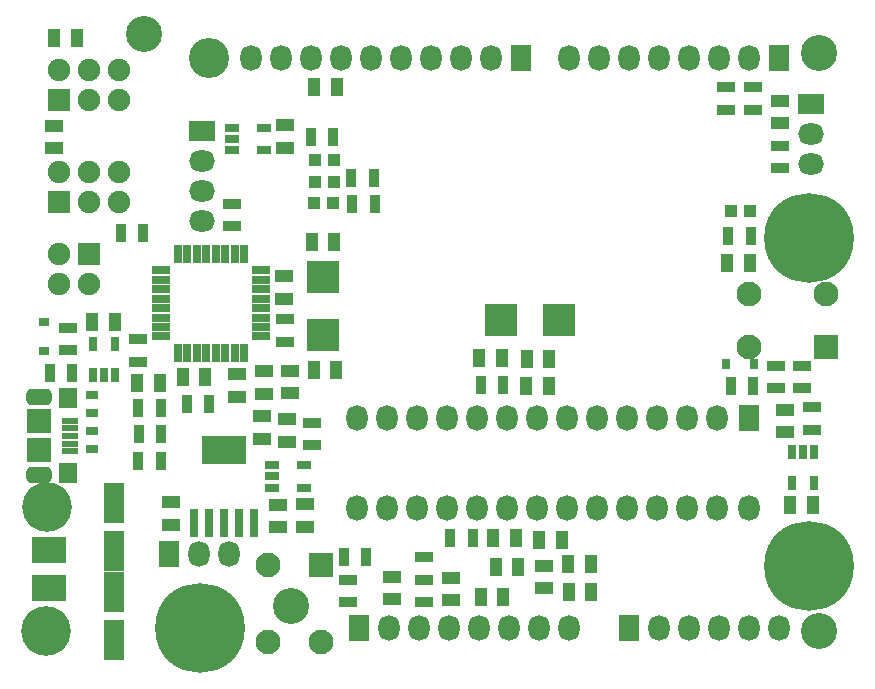
<source format=gts>
G04*
G04 #@! TF.GenerationSoftware,Altium Limited,Altium Designer,22.1.2 (22)*
G04*
G04 Layer_Color=8388736*
%FSLAX44Y44*%
%MOMM*%
G71*
G04*
G04 #@! TF.SameCoordinates,1F279A6F-825B-41A2-8EC7-F4161A23EE25*
G04*
G04*
G04 #@! TF.FilePolarity,Negative*
G04*
G01*
G75*
%ADD34R,1.8000X3.4000*%
%ADD35R,0.7588X0.8858*%
%ADD36R,1.5000X0.9000*%
%ADD37R,0.9000X1.5000*%
%ADD38R,0.8858X0.7588*%
%ADD39R,1.4500X0.5000*%
%ADD40R,2.1000X2.1000*%
%ADD41R,1.6000X1.8000*%
%ADD42R,1.5000X1.1000*%
%ADD43R,0.7500X1.2000*%
%ADD44R,1.2000X0.7500*%
%ADD45R,2.7000X2.8000*%
%ADD46R,2.8000X2.7000*%
%ADD47R,1.1000X0.8000*%
%ADD48R,1.6200X0.6700*%
%ADD49R,0.6700X1.6200*%
%ADD50R,0.8000X2.4000*%
%ADD51R,3.7000X2.4000*%
%ADD52R,1.0000X1.0000*%
%ADD53R,1.1000X1.5000*%
%ADD54C,3.0480*%
%ADD55R,2.9000X2.2000*%
%ADD56C,4.2000*%
%ADD57C,2.1000*%
%ADD58R,2.1000X2.1000*%
%ADD59R,1.8000X2.2000*%
%ADD60O,1.8000X2.2000*%
%ADD61R,2.2000X1.8000*%
%ADD62O,2.2000X1.8000*%
%ADD63R,1.9000X1.9000*%
%ADD64C,1.9000*%
G04:AMPARAMS|DCode=65|XSize=2.2mm|YSize=1.4mm|CornerRadius=0.46mm|HoleSize=0mm|Usage=FLASHONLY|Rotation=180.000|XOffset=0mm|YOffset=0mm|HoleType=Round|Shape=RoundedRectangle|*
%AMROUNDEDRECTD65*
21,1,2.2000,0.4800,0,0,180.0*
21,1,1.2800,1.4000,0,0,180.0*
1,1,0.9200,-0.6400,0.2400*
1,1,0.9200,0.6400,0.2400*
1,1,0.9200,0.6400,-0.2400*
1,1,0.9200,-0.6400,-0.2400*
%
%ADD65ROUNDEDRECTD65*%
%ADD66C,7.6000*%
%ADD67C,3.4000*%
D34*
X71750Y15000D02*
D03*
Y56000D02*
D03*
X72000Y131000D02*
D03*
Y90000D02*
D03*
D35*
X614000Y249000D02*
D03*
X589616D02*
D03*
D36*
X172000Y365500D02*
D03*
Y384500D02*
D03*
X92000Y250500D02*
D03*
Y269500D02*
D03*
X217000Y267500D02*
D03*
Y286500D02*
D03*
X613000Y483000D02*
D03*
Y464000D02*
D03*
X590000D02*
D03*
Y483000D02*
D03*
X636000Y433500D02*
D03*
Y414500D02*
D03*
X663000Y212000D02*
D03*
Y193000D02*
D03*
X33000Y279500D02*
D03*
Y260500D02*
D03*
X654000Y247000D02*
D03*
Y228000D02*
D03*
X270000Y47000D02*
D03*
Y66000D02*
D03*
X239500Y199000D02*
D03*
Y180000D02*
D03*
X334000Y66000D02*
D03*
Y85000D02*
D03*
Y66000D02*
D03*
Y47000D02*
D03*
X632000Y228000D02*
D03*
Y247000D02*
D03*
D37*
X291750Y406000D02*
D03*
X272750D02*
D03*
X273500Y384250D02*
D03*
X292500D02*
D03*
X96500Y360000D02*
D03*
X77500D02*
D03*
X111500Y211500D02*
D03*
X92500D02*
D03*
X93000Y189750D02*
D03*
X112000D02*
D03*
X111500Y166500D02*
D03*
X92500D02*
D03*
X375500Y101000D02*
D03*
X356500D02*
D03*
X594000Y230000D02*
D03*
X613000D02*
D03*
X257500Y441250D02*
D03*
X238500D02*
D03*
X382500Y231000D02*
D03*
X401500D02*
D03*
X610870Y357124D02*
D03*
X591870D02*
D03*
X17500Y241000D02*
D03*
X36500D02*
D03*
X266500Y85000D02*
D03*
X285500D02*
D03*
X133500Y215000D02*
D03*
X152500D02*
D03*
D38*
X13000Y259808D02*
D03*
Y284192D02*
D03*
D39*
X34370Y188000D02*
D03*
X34370Y174750D02*
D03*
X34370Y181250D02*
D03*
Y194250D02*
D03*
Y200750D02*
D03*
D40*
X8620Y176000D02*
D03*
Y200000D02*
D03*
X247500Y78500D02*
D03*
D41*
X33120Y156000D02*
D03*
Y220000D02*
D03*
D42*
X21000Y431500D02*
D03*
Y450500D02*
D03*
X197000Y204500D02*
D03*
Y185500D02*
D03*
X436000Y59000D02*
D03*
Y78000D02*
D03*
X198500Y223500D02*
D03*
Y242500D02*
D03*
X216000Y304000D02*
D03*
Y323000D02*
D03*
X176250Y240000D02*
D03*
Y221000D02*
D03*
X636000Y471500D02*
D03*
Y452500D02*
D03*
X120000Y131500D02*
D03*
Y112500D02*
D03*
X211000Y129500D02*
D03*
Y110500D02*
D03*
X307000Y68500D02*
D03*
Y49500D02*
D03*
X357000Y67500D02*
D03*
Y48500D02*
D03*
X217000Y450750D02*
D03*
Y431750D02*
D03*
X218750Y202000D02*
D03*
Y183000D02*
D03*
X640000Y191000D02*
D03*
Y210000D02*
D03*
X234000Y111000D02*
D03*
Y130000D02*
D03*
X220750Y224000D02*
D03*
Y243000D02*
D03*
D43*
X664500Y174500D02*
D03*
X655000D02*
D03*
X645500D02*
D03*
X664500Y147500D02*
D03*
X645500D02*
D03*
X54000Y239000D02*
D03*
X63500D02*
D03*
X73000D02*
D03*
X54000Y266000D02*
D03*
X73000D02*
D03*
D44*
X206000Y163000D02*
D03*
Y153500D02*
D03*
Y144000D02*
D03*
X233000Y163000D02*
D03*
Y144000D02*
D03*
X171500Y448500D02*
D03*
Y439000D02*
D03*
Y429500D02*
D03*
X198500Y448500D02*
D03*
Y429500D02*
D03*
D45*
X448500Y286000D02*
D03*
X399500D02*
D03*
D46*
X249000Y273500D02*
D03*
Y322500D02*
D03*
D47*
X53000Y207500D02*
D03*
Y222500D02*
D03*
Y192000D02*
D03*
Y177000D02*
D03*
D48*
X196000Y272000D02*
D03*
Y280000D02*
D03*
Y288000D02*
D03*
Y296000D02*
D03*
Y304000D02*
D03*
Y312000D02*
D03*
Y320000D02*
D03*
Y328000D02*
D03*
X112000D02*
D03*
Y320000D02*
D03*
Y312000D02*
D03*
Y304000D02*
D03*
Y296000D02*
D03*
Y288000D02*
D03*
Y280000D02*
D03*
Y272000D02*
D03*
D49*
X182000Y342000D02*
D03*
X174000D02*
D03*
X166000D02*
D03*
X158000D02*
D03*
X150000D02*
D03*
X142000D02*
D03*
X134000D02*
D03*
X126000D02*
D03*
Y258000D02*
D03*
X134000D02*
D03*
X142000D02*
D03*
X150000D02*
D03*
X158000D02*
D03*
X166000D02*
D03*
X174000D02*
D03*
X182000D02*
D03*
D50*
X139600Y114000D02*
D03*
X152300D02*
D03*
X165000D02*
D03*
X177700D02*
D03*
X190400D02*
D03*
D51*
X165000Y176000D02*
D03*
D52*
X242000Y403000D02*
D03*
X258000D02*
D03*
X241000Y385000D02*
D03*
X257000D02*
D03*
X610616Y378206D02*
D03*
X594616D02*
D03*
X242000Y421000D02*
D03*
X258000D02*
D03*
D53*
X457000Y56000D02*
D03*
X476000D02*
D03*
X149000Y237250D02*
D03*
X130000D02*
D03*
X258500Y352000D02*
D03*
X239500D02*
D03*
X260000Y244000D02*
D03*
X241000D02*
D03*
X401500Y51000D02*
D03*
X382500D02*
D03*
X21500Y525000D02*
D03*
X40500D02*
D03*
X456500Y79000D02*
D03*
X475500D02*
D03*
X421000Y230000D02*
D03*
X440000D02*
D03*
X241500Y483000D02*
D03*
X260500D02*
D03*
X395000Y77000D02*
D03*
X414000D02*
D03*
X412000Y101000D02*
D03*
X393000D02*
D03*
X451000Y100000D02*
D03*
X432000D02*
D03*
X381250Y253750D02*
D03*
X400250D02*
D03*
X440500Y253000D02*
D03*
X421500D02*
D03*
X663500Y129000D02*
D03*
X644500D02*
D03*
X72500Y284000D02*
D03*
X53500D02*
D03*
X110500Y233000D02*
D03*
X91500D02*
D03*
X609956Y334010D02*
D03*
X590956D02*
D03*
D54*
X97000Y528000D02*
D03*
X669000Y512000D02*
D03*
X668500Y22750D02*
D03*
X222000Y44000D02*
D03*
D55*
X17000Y59000D02*
D03*
Y91000D02*
D03*
D56*
X14750Y127500D02*
D03*
X14000Y23000D02*
D03*
D57*
X609500Y263000D02*
D03*
Y308000D02*
D03*
X674500D02*
D03*
X247500Y13500D02*
D03*
X202500D02*
D03*
Y78500D02*
D03*
D58*
X674500Y263000D02*
D03*
D59*
X118300Y88000D02*
D03*
X416560Y508000D02*
D03*
X635000D02*
D03*
X279400Y25400D02*
D03*
X508000D02*
D03*
X609600Y203200D02*
D03*
D60*
X169100Y88000D02*
D03*
X143700D02*
D03*
X391160Y508000D02*
D03*
X365760D02*
D03*
X340360D02*
D03*
X314960D02*
D03*
X289560D02*
D03*
X264160D02*
D03*
X238760D02*
D03*
X213360D02*
D03*
X187960D02*
D03*
X609600D02*
D03*
X584200D02*
D03*
X558800D02*
D03*
X533400D02*
D03*
X508000D02*
D03*
X482600D02*
D03*
X457200D02*
D03*
X304800Y25400D02*
D03*
X330200D02*
D03*
X355600D02*
D03*
X381000D02*
D03*
X406400D02*
D03*
X431800D02*
D03*
X457200D02*
D03*
X533400D02*
D03*
X558800D02*
D03*
X584200D02*
D03*
X635000D02*
D03*
X609600D02*
D03*
X302800Y127000D02*
D03*
X328200D02*
D03*
X353600D02*
D03*
X379000D02*
D03*
X404400D02*
D03*
X429800D02*
D03*
X455200D02*
D03*
X480600D02*
D03*
X506000D02*
D03*
X531400D02*
D03*
X556800D02*
D03*
X582200D02*
D03*
X609600D02*
D03*
X277400Y203200D02*
D03*
X302800D02*
D03*
X328200D02*
D03*
X353600D02*
D03*
X379000D02*
D03*
X404400D02*
D03*
X429800D02*
D03*
X455200D02*
D03*
X480600D02*
D03*
X506000D02*
D03*
X531400D02*
D03*
X556800D02*
D03*
X582200D02*
D03*
X277400Y127000D02*
D03*
D61*
X146000Y446000D02*
D03*
X662000Y469000D02*
D03*
D62*
X146000Y369800D02*
D03*
Y395200D02*
D03*
Y420600D02*
D03*
X662000Y443600D02*
D03*
Y418200D02*
D03*
D63*
X50800Y342000D02*
D03*
X25400Y386080D02*
D03*
Y472440D02*
D03*
D64*
Y342000D02*
D03*
X50800Y316600D02*
D03*
X25400D02*
D03*
X50800Y386080D02*
D03*
X76200D02*
D03*
X25400Y411480D02*
D03*
X50800D02*
D03*
X76200D02*
D03*
X50800Y472440D02*
D03*
X76200D02*
D03*
X25400Y497840D02*
D03*
X50800D02*
D03*
X76200D02*
D03*
D65*
X8620Y155000D02*
D03*
Y221000D02*
D03*
D66*
X144780Y25400D02*
D03*
X660000Y78000D02*
D03*
X660400Y355600D02*
D03*
D67*
X152400Y508000D02*
D03*
M02*

</source>
